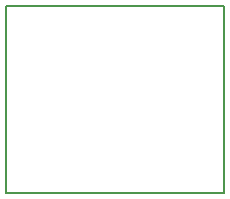
<source format=gko>
G04 #@! TF.FileFunction,Profile,NP*
%FSLAX46Y46*%
G04 Gerber Fmt 4.6, Leading zero omitted, Abs format (unit mm)*
G04 Created by KiCad (PCBNEW 4.0.7-e2-6376~58~ubuntu16.04.1) date Sat Jan 13 09:54:45 2018*
%MOMM*%
%LPD*%
G01*
G04 APERTURE LIST*
%ADD10C,0.100000*%
%ADD11C,0.150000*%
G04 APERTURE END LIST*
D10*
D11*
X158115000Y-90805000D02*
X139700000Y-90805000D01*
X158115000Y-106680000D02*
X158115000Y-90805000D01*
X139700000Y-106680000D02*
X158115000Y-106680000D01*
X139700000Y-90805000D02*
X139700000Y-106680000D01*
M02*

</source>
